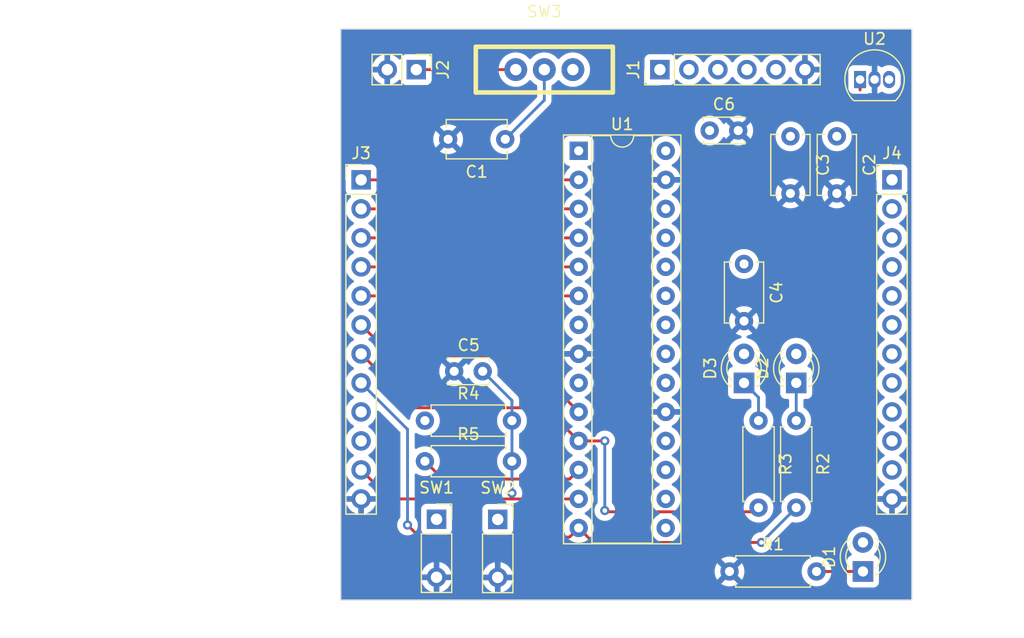
<source format=kicad_pcb>
(kicad_pcb (version 20221018) (generator pcbnew)
  (layers (0 "F.Cu" signal) (31 "B.Cu" signal) (34 "B.Paste" user) (35 "F.Paste" user) (36 "B.SilkS" user "B.Silkscreen") (37 "F.SilkS" user "F.Silkscreen") (38 "B.Mask" user) (39 "F.Mask" user) (44 "Edge.Cuts" user))
  (net 0 "")
  (net 1 "/Vin")
  (net 2 "GND")
  (net 3 "+3.3V")
  (net 4 "Net-(U1-Vcap)")
  (net 5 "Net-(D1-K)")
  (net 6 "Net-(D2-K)")
  (net 7 "Net-(D3-K)")
  (net 9 "/U1TX")
  (net 10 "/U1RX")
  (net 11 "+5V")
  (net 13 "Net-(J2-Pin_1)")
  (net 14 "/A0")
  (net 15 "/A1")
  (net 16 "/B0")
  (net 17 "/B1")
  (net 18 "/B2")
  (net 19 "/A3")
  (net 20 "/GREEN")
  (net 21 "/YELLOW")
  (net 22 "/B6")
  (net 23 "/SCK2-B15")
  (net 24 "/SCK1-B14")
  (net 25 "/B13")
  (net 26 "/B12")
  (net 27 "/B11")
  (net 28 "/B10")
  (net 29 "/SDA1-B9")
  (net 30 "/SCL1-B8")
  (net 31 "/B7")
  (net 32 "/MCLR")
  (net 33 "/A4")
  (footprint "Connector_PinHeader_2.54mm:PinHeader_1x12_P2.54mm_Vertical" (layer "F.Cu") (at 175.26 64.008)
    (fp_text reference "J4" (at 0 -2.33) (layer "F.SilkS"))
    (fp_text value "Conn_01x12_Pin")
    (fp_line (start -1.33 -1.33) (end 0 -1.33) (stroke (width 0.12)) (layer "F.SilkS"))
    (fp_line (start -1.33 0) (end -1.33 -1.33) (stroke (width 0.12)) (layer "F.SilkS"))
    (fp_line (start -1.33 1.27) (end -1.33 29.27) (stroke (width 0.12)) (layer "F.SilkS"))
    (fp_line (start -1.33 1.27) (end 1.33 1.27) (stroke (width 0.12)) (layer "F.SilkS"))
    (fp_line (start -1.33 29.27) (end 1.33 29.27) (stroke (width 0.12)) (layer "F.SilkS"))
    (fp_line (start 1.33 1.27) (end 1.33 29.27) (stroke (width 0.12)) (layer "F.SilkS"))
    (pad "1" thru_hole rect (at 0 0) (size 1.7 1.7) (drill 1) (layers "*.Cu" "*.Mask") (net 23 "/SCK2-B15"))
    (pad "2" thru_hole oval (at 0 2.54) (size 1.7 1.7) (drill 1) (layers "*.Cu" "*.Mask") (net 24 "/SCK1-B14"))
    (pad "3" thru_hole oval (at 0 5.08) (size 1.7 1.7) (drill 1) (layers "*.Cu" "*.Mask") (net 25 "/B13"))
    (pad "4" thru_hole oval (at 0 7.62) (size 1.7 1.7) (drill 1) (layers "*.Cu" "*.Mask") (net 26 "/B12"))
    (pad "5" thru_hole oval (at 0 10.16) (size 1.7 1.7) (drill 1) (layers "*.Cu" "*.Mask") (net 27 "/B11"))
    (pad "6" thru_hole oval (at 0 12.7) (size 1.7 1.7) (drill 1) (layers "*.Cu" "*.Mask") (net 28 "/B10"))
    (pad "7" thru_hole oval (at 0 15.24) (size 1.7 1.7) (drill 1) (layers "*.Cu" "*.Mask") (net 29 "/SDA1-B9"))
    (pad "8" thru_hole oval (at 0 17.78) (size 1.7 1.7) (drill 1) (layers "*.Cu" "*.Mask") (net 30 "/SCL1-B8"))
    (pad "9" thru_hole oval (at 0 20.32) (size 1.7 1.7) (drill 1) (layers "*.Cu" "*.Mask") (net 31 "/B7"))
    (pad "10" thru_hole oval (at 0 22.86) (size 1.7 1.7) (drill 1) (layers "*.Cu" "*.Mask") (net 1 "/Vin"))
    (pad "11" thru_hole oval (at 0 25.4) (size 1.7 1.7) (drill 1) (layers "*.Cu" "*.Mask") (net 3 "+3.3V"))
    (pad "12" thru_hole oval (at 0 27.94) (size 1.7 1.7) (drill 1) (layers "*.Cu" "*.Mask") (net 2 "GND"))
  )
  (footprint "Capacitor_THT:C_Disc_D5.1mm_W3.2mm_P5.00mm" (layer "F.Cu") (at 162.306 71.374 -90)
    (fp_text reference "C4" (at 2.5 -2.85 90) (layer "F.SilkS"))
    (fp_text value "1uF")
    (fp_line (start -0.17 -1.721) (end -0.17 -1.055) (stroke (width 0.12)) (layer "F.SilkS"))
    (fp_line (start -0.17 -1.721) (end 5.17 -1.721) (stroke (width 0.12)) (layer "F.SilkS"))
    (fp_line (start -0.17 1.055) (end -0.17 1.721) (stroke (width 0.12)) (layer "F.SilkS"))
    (fp_line (start -0.17 1.721) (end 5.17 1.721) (stroke (width 0.12)) (layer "F.SilkS"))
    (fp_line (start 5.17 -1.721) (end 5.17 -1.055) (stroke (width 0.12)) (layer "F.SilkS"))
    (fp_line (start 5.17 1.055) (end 5.17 1.721) (stroke (width 0.12)) (layer "F.SilkS"))
    (pad "1" thru_hole circle (at 0 0 270) (size 1.6 1.6) (drill 0.8) (layers "*.Cu" "*.Mask") (net 4 "Net-(U1-Vcap)"))
    (pad "2" thru_hole circle (at 5 0 270) (size 1.6 1.6) (drill 0.8) (layers "*.Cu" "*.Mask") (net 2 "GND"))
  )
  (footprint "LED_THT:LED_D3.0mm" (layer "F.Cu") (at 172.72 98.298 90)
    (fp_text reference "D1" (at 1.27 -2.96 90) (layer "F.SilkS"))
    (fp_text value "RED")
    (fp_line (start -0.29 -1.236) (end -0.29 -1.08) (stroke (width 0.12)) (layer "F.SilkS"))
    (fp_line (start -0.29 1.08) (end -0.29 1.236) (stroke (width 0.12)) (layer "F.SilkS"))
    (fp_arc (start -0.29 -1.235516) (mid 1.366487 -1.987659) (end 2.942335 -1.078608) (stroke (width 0.12)) (layer "F.SilkS"))
    (fp_arc (start 0.229039 -1.08) (mid 1.270117 -1.5) (end 2.31113 -1.079837) (stroke (width 0.12)) (layer "F.SilkS"))
    (fp_arc (start 2.31113 1.079837) (mid 1.270117 1.5) (end 0.229039 1.08) (stroke (width 0.12)) (layer "F.SilkS"))
    (fp_arc (start 2.942335 1.078608) (mid 1.366487 1.987659) (end -0.29 1.235516) (stroke (width 0.12)) (layer "F.SilkS"))
    (pad "1" thru_hole rect (at 0 0 90) (size 1.8 1.8) (drill 0.9) (layers "*.Cu" "*.Mask") (net 5 "Net-(D1-K)"))
    (pad "2" thru_hole circle (at 2.54 0 90) (size 1.8 1.8) (drill 0.9) (layers "*.Cu" "*.Mask") (net 3 "+3.3V"))
  )
  (footprint "LED_THT:LED_D3.0mm" (layer "F.Cu") (at 166.878 81.788 90)
    (fp_text reference "D2" (at 1.27 -2.96 90) (layer "F.SilkS"))
    (fp_text value "YELLOW")
    (fp_line (start -0.29 -1.236) (end -0.29 -1.08) (stroke (width 0.12)) (layer "F.SilkS"))
    (fp_line (start -0.29 1.08) (end -0.29 1.236) (stroke (width 0.12)) (layer "F.SilkS"))
    (fp_arc (start -0.29 -1.235516) (mid 1.366487 -1.987659) (end 2.942335 -1.078608) (stroke (width 0.12)) (layer "F.SilkS"))
    (fp_arc (start 0.229039 -1.08) (mid 1.270117 -1.5) (end 2.31113 -1.079837) (stroke (width 0.12)) (layer "F.SilkS"))
    (fp_arc (start 2.31113 1.079837) (mid 1.270117 1.5) (end 0.229039 1.08) (stroke (width 0.12)) (layer "F.SilkS"))
    (fp_arc (start 2.942335 1.078608) (mid 1.366487 1.987659) (end -0.29 1.235516) (stroke (width 0.12)) (layer "F.SilkS"))
    (pad "1" thru_hole rect (at 0 0 90) (size 1.8 1.8) (drill 0.9) (layers "*.Cu" "*.Mask") (net 6 "Net-(D2-K)"))
    (pad "2" thru_hole circle (at 2.54 0 90) (size 1.8 1.8) (drill 0.9) (layers "*.Cu" "*.Mask") (net 3 "+3.3V"))
  )
  (footprint "Capacitor_THT:C_Disc_D3.4mm_W2.1mm_P2.50mm" (layer "F.Cu") (at 159.298 59.69)
    (fp_text reference "C6" (at 1.25 -2.3) (layer "F.SilkS"))
    (fp_text value "0.1 uF")
    (fp_line (start -0.57 -1.17) (end -0.57 -0.925) (stroke (width 0.12)) (layer "F.SilkS"))
    (fp_line (start -0.57 -1.17) (end 3.07 -1.17) (stroke (width 0.12)) (layer "F.SilkS"))
    (fp_line (start -0.57 0.925) (end -0.57 1.17) (stroke (width 0.12)) (layer "F.SilkS"))
    (fp_line (start -0.57 1.17) (end 3.07 1.17) (stroke (width 0.12)) (layer "F.SilkS"))
    (fp_line (start 3.07 -1.17) (end 3.07 -0.925) (stroke (width 0.12)) (layer "F.SilkS"))
    (fp_line (start 3.07 0.925) (end 3.07 1.17) (stroke (width 0.12)) (layer "F.SilkS"))
    (pad "1" thru_hole circle (at 0 0) (size 1.6 1.6) (drill 0.8) (layers "*.Cu" "*.Mask") (net 3 "+3.3V"))
    (pad "2" thru_hole circle (at 2.5 0) (size 1.6 1.6) (drill 0.8) (layers "*.Cu" "*.Mask") (net 2 "GND"))
  )
  (footprint "Capacitor_THT:C_Disc_D5.1mm_W3.2mm_P5.00mm" (layer "F.Cu") (at 141.398 60.452 180)
    (fp_text reference "C1" (at 2.5 -2.85) (layer "F.SilkS"))
    (fp_text value "1uF")
    (fp_line (start -0.17 -1.721) (end -0.17 -1.055) (stroke (width 0.12)) (layer "F.SilkS"))
    (fp_line (start -0.17 -1.721) (end 5.17 -1.721) (stroke (width 0.12)) (layer "F.SilkS"))
    (fp_line (start -0.17 1.055) (end -0.17 1.721) (stroke (width 0.12)) (layer "F.SilkS"))
    (fp_line (start -0.17 1.721) (end 5.17 1.721) (stroke (width 0.12)) (layer "F.SilkS"))
    (fp_line (start 5.17 -1.721) (end 5.17 -1.055) (stroke (width 0.12)) (layer "F.SilkS"))
    (fp_line (start 5.17 1.055) (end 5.17 1.721) (stroke (width 0.12)) (layer "F.SilkS"))
    (pad "1" thru_hole circle (at 0 0 180) (size 1.6 1.6) (drill 0.8) (layers "*.Cu" "*.Mask") (net 1 "/Vin"))
    (pad "2" thru_hole circle (at 5 0 180) (size 1.6 1.6) (drill 0.8) (layers "*.Cu" "*.Mask") (net 2 "GND"))
  )
  (footprint "Package_TO_SOT_THT:TO-92_Inline" (layer "F.Cu") (at 172.466 55.224)
    (fp_text reference "U2" (at 1.27 -3.56) (layer "F.SilkS"))
    (fp_text value "AP7381-33Y")
    (fp_line (start -0.53 1.85) (end 3.07 1.85) (stroke (width 0.12)) (layer "F.SilkS"))
    (fp_arc (start -0.568478 1.838478) (mid -1.132087 -0.994977) (end 1.27 -2.6) (stroke (width 0.12)) (layer "F.SilkS"))
    (fp_arc (start 1.27 -2.6) (mid 3.672087 -0.994977) (end 3.108478 1.838478) (stroke (width 0.12)) (layer "F.SilkS"))
    (pad "1" thru_hole rect (at 0 0) (size 1.05 1.5) (drill 0.75) (layers "*.Cu" "*.Mask") (net 3 "+3.3V"))
    (pad "2" thru_hole oval (at 1.27 0) (size 1.05 1.5) (drill 0.75) (layers "*.Cu" "*.Mask") (net 2 "GND"))
    (pad "3" thru_hole oval (at 2.54 0) (size 1.05 1.5) (drill 0.75) (layers "*.Cu" "*.Mask") (net 1 "/Vin"))
  )
  (footprint "Package_DIP:DIP-28_W7.62mm_Socket" (layer "F.Cu") (at 147.828 61.468)
    (fp_text reference "U1" (at 3.81 -2.33) (layer "F.SilkS"))
    (fp_text value "PIC32MX170F256B")
    (fp_line (start -1.33 -1.39) (end -1.33 34.41) (stroke (width 0.12)) (layer "F.SilkS"))
    (fp_line (start -1.33 34.41) (end 8.95 34.41) (stroke (width 0.12)) (layer "F.SilkS"))
    (fp_line (start 1.16 -1.33) (end 1.16 34.35) (stroke (width 0.12)) (layer "F.SilkS"))
    (fp_line (start 1.16 34.35) (end 6.46 34.35) (stroke (width 0.12)) (layer "F.SilkS"))
    (fp_line (start 2.81 -1.33) (end 1.16 -1.33) (stroke (width 0.12)) (layer "F.SilkS"))
    (fp_line (start 6.46 -1.33) (end 4.81 -1.33) (stroke (width 0.12)) (layer "F.SilkS"))
    (fp_line (start 6.46 34.35) (end 6.46 -1.33) (stroke (width 0.12)) (layer "F.SilkS"))
    (fp_line (start 8.95 -1.39) (end -1.33 -1.39) (stroke (width 0.12)) (layer "F.SilkS"))
    (fp_line (start 8.95 34.41) (end 8.95 -1.39) (stroke (width 0.12)) (layer "F.SilkS"))
    (fp_arc (start 4.81 -1.33) (mid 3.81 -0.33) (end 2.81 -1.33) (stroke (width 0.12)) (layer "F.SilkS"))
    (pad "1" thru_hole rect (at 0 0) (size 1.6 1.6) (drill 0.8) (layers "*.Cu" "*.Mask") (net 32 "/MCLR"))
    (pad "2" thru_hole oval (at 0 2.54) (size 1.6 1.6) (drill 0.8) (layers "*.Cu" "*.Mask") (net 14 "/A0"))
    (pad "3" thru_hole oval (at 0 5.08) (size 1.6 1.6) (drill 0.8) (layers "*.Cu" "*.Mask") (net 15 "/A1"))
    (pad "4" thru_hole oval (at 0 7.62) (size 1.6 1.6) (drill 0.8) (layers "*.Cu" "*.Mask") (net 16 "/B0"))
    (pad "5" thru_hole oval (at 0 10.16) (size 1.6 1.6) (drill 0.8) (layers "*.Cu" "*.Mask") (net 17 "/B1"))
    (pad "6" thru_hole oval (at 0 12.7) (size 1.6 1.6) (drill 0.8) (layers "*.Cu" "*.Mask") (net 18 "/B2"))
    (pad "7" thru_hole oval (at 0 15.24) (size 1.6 1.6) (drill 0.8) (layers "*.Cu" "*.Mask") (net 10 "/U1RX"))
    (pad "8" thru_hole oval (at 0 17.78) (size 1.6 1.6) (drill 0.8) (layers "*.Cu" "*.Mask") (net 2 "GND"))
    (pad "9" thru_hole oval (at 0 20.32) (size 1.6 1.6) (drill 0.8) (layers "*.Cu" "*.Mask") (net 9 "/U1TX"))
    (pad "10" thru_hole oval (at 0 22.86) (size 1.6 1.6) (drill 0.8) (layers "*.Cu" "*.Mask") (net 19 "/A3"))
    (pad "11" thru_hole oval (at 0 25.4) (size 1.6 1.6) (drill 0.8) (layers "*.Cu" "*.Mask") (net 20 "/GREEN"))
    (pad "12" thru_hole oval (at 0 27.94) (size 1.6 1.6) (drill 0.8) (layers "*.Cu" "*.Mask") (net 33 "/A4"))
    (pad "13" thru_hole oval (at 0 30.48) (size 1.6 1.6) (drill 0.8) (layers "*.Cu" "*.Mask") (net 3 "+3.3V"))
    (pad "14" thru_hole oval (at 0 33.02) (size 1.6 1.6) (drill 0.8) (layers "*.Cu" "*.Mask") (net 21 "/YELLOW"))
    (pad "15" thru_hole oval (at 7.62 33.02) (size 1.6 1.6) (drill 0.8) (layers "*.Cu" "*.Mask") (net 22 "/B6"))
    (pad "16" thru_hole oval (at 7.62 30.48) (size 1.6 1.6) (drill 0.8) (layers "*.Cu" "*.Mask") (net 31 "/B7"))
    (pad "17" thru_hole oval (at 7.62 27.94) (size 1.6 1.6) (drill 0.8) (layers "*.Cu" "*.Mask") (net 30 "/SCL1-B8"))
    (pad "18" thru_hole oval (at 7.62 25.4) (size 1.6 1.6) (drill 0.8) (layers "*.Cu" "*.Mask") (net 29 "/SDA1-B9"))
    (pad "19" thru_hole oval (at 7.62 22.86) (size 1.6 1.6) (drill 0.8) (layers "*.Cu" "*.Mask") (net 2 "GND"))
    (pad "20" thru_hole oval (at 7.62 20.32) (size 1.6 1.6) (drill 0.8) (layers "*.Cu" "*.Mask") (net 4 "Net-(U1-Vcap)"))
    (pad "21" thru_hole oval (at 7.62 17.78) (size 1.6 1.6) (drill 0.8) (layers "*.Cu" "*.Mask") (net 28 "/B10"))
    (pad "22" thru_hole oval (at 7.62 15.24) (size 1.6 1.6) (drill 0.8) (layers "*.Cu" "*.Mask") (net 27 "/B11"))
    (pad "23" thru_hole oval (at 7.62 12.7) (size 1.6 1.6) (drill 0.8) (layers "*.Cu" "*.Mask") (net 26 "/B12"))
    (pad "24" thru_hole oval (at 7.62 10.16) (size 1.6 1.6) (drill 0.8) (layers "*.Cu" "*.Mask") (net 25 "/B13"))
    (pad "25" thru_hole oval (at 7.62 7.62) (size 1.6 1.6) (drill 0.8) (layers "*.Cu" "*.Mask") (net 24 "/SCK1-B14"))
    (pad "26" thru_hole oval (at 7.62 5.08) (size 1.6 1.6) (drill 0.8) (layers "*.Cu" "*.Mask") (net 23 "/SCK2-B15"))
    (pad "27" thru_hole oval (at 7.62 2.54) (size 1.6 1.6) (drill 0.8) (layers "*.Cu" "*.Mask") (net 2 "GND"))
    (pad "28" thru_hole oval (at 7.62 0) (size 1.6 1.6) (drill 0.8) (layers "*.Cu" "*.Mask") (net 3 "+3.3V"))
  )
  (footprint "Connector_PinHeader_2.54mm:PinHeader_1x12_P2.54mm_Vertical" (layer "F.Cu") (at 128.778 64.008)
    (fp_text reference "J3" (at 0 -2.33) (layer "F.SilkS"))
    (fp_text value "Conn_01x12_Pin")
    (fp_line (start -1.33 -1.33) (end 0 -1.33) (stroke (width 0.12)) (layer "F.SilkS"))
    (fp_line (start -1.33 0) (end -1.33 -1.33) (stroke (width 0.12)) (layer "F.SilkS"))
    (fp_line (start -1.33 1.27) (end -1.33 29.27) (stroke (width 0.12)) (layer "F.SilkS"))
    (fp_line (start -1.33 1.27) (end 1.33 1.27) (stroke (width 0.12)) (layer "F.SilkS"))
    (fp_line (start -1.33 29.27) (end 1.33 29.27) (stroke (width 0.12)) (layer "F.SilkS"))
    (fp_line (start 1.33 1.27) (end 1.33 29.27) (stroke (width 0.12)) (layer "F.SilkS"))
    (pad "1" thru_hole rect (at 0 0) (size 1.7 1.7) (drill 1) (layers "*.Cu" "*.Mask") (net 14 "/A0"))
    (pad "2" thru_hole oval (at 0 2.54) (size 1.7 1.7) (drill 1) (layers "*.Cu" "*.Mask") (net 15 "/A1"))
    (pad "3" thru_hole oval (at 0 5.08) (size 1.7 1.7) (drill 1) (layers "*.Cu" "*.Mask") (net 16 "/B0"))
    (pad "4" thru_hole oval (at 0 7.62) (size 1.7 1.7) (drill 1) (layers "*.Cu" "*.Mask") (net 17 "/B1"))
    (pad "5" thru_hole oval (at 0 10.16) (size 1.7 1.7) (drill 1) (layers "*.Cu" "*.Mask") (net 18 "/B2"))
    (pad "6" thru_hole oval (at 0 12.7) (size 1.7 1.7) (drill 1) (layers "*.Cu" "*.Mask") (net 19 "/A3"))
    (pad "7" thru_hole oval (at 0 15.24) (size 1.7 1.7) (drill 1) (layers "*.Cu" "*.Mask") (net 20 "/GREEN"))
    (pad "8" thru_hole oval (at 0 17.78) (size 1.7 1.7) (drill 1) (layers "*.Cu" "*.Mask") (net 21 "/YELLOW"))
    (pad "9" thru_hole oval (at 0 20.32) (size 1.7 1.7) (drill 1) (layers "*.Cu" "*.Mask") (net 22 "/B6"))
    (pad "10" thru_hole oval (at 0 22.86) (size 1.7 1.7) (drill 1) (layers "*.Cu" "*.Mask") (net 1 "/Vin"))
    (pad "11" thru_hole oval (at 0 25.4) (size 1.7 1.7) (drill 1) (layers "*.Cu" "*.Mask") (net 3 "+3.3V"))
    (pad "12" thru_hole oval (at 0 27.94) (size 1.7 1.7) (drill 1) (layers "*.Cu" "*.Mask") (net 2 "GND"))
  )
  (footprint "HW4:pushbutton" (layer "F.Cu") (at 135.382 93.726)
    (fp_text reference "SW1" (at 0 -2.77) (layer "F.SilkS"))
    (fp_text value "RESET")
    (fp_line (start -1.33 1.27) (end -1.33 6.41) (stroke (width 0.12)) (layer "F.SilkS"))
    (fp_line (start -1.33 1.27) (end 1.33 1.27) (stroke (width 0.12)) (layer "F.SilkS"))
    (fp_line (start -1.33 6.41) (end 1.33 6.41) (stroke (width 0.12)) (layer "F.SilkS"))
    (fp_line (start 0 -1.33) (end 1.33 -1.33) (stroke (width 0.12)) (layer "F.SilkS"))
    (fp_line (start 1.33 -1.33) (end 1.33 0) (stroke (width 0.12)) (layer "F.SilkS"))
    (fp_line (start 1.33 1.27) (end 1.33 6.41) (stroke (width 0.12)) (layer "F.SilkS"))
    (pad "1" thru_hole rect (at 0 0) (size 1.7 1.7) (drill 1) (layers "*.Cu" "*.Mask") (net 32 "/MCLR"))
    (pad "2" thru_hole oval (at 0 5.08) (size 1.7 1.7) (drill 1) (layers "*.Cu" "*.Mask") (net 2 "GND"))
  )
  (footprint "Connector_PinHeader_2.54mm:PinHeader_1x06_P2.54mm_Vertical" (layer "F.Cu") (at 154.94 54.356 90)
    (fp_text reference "J1" (at 0 -2.33 90) (layer "F.SilkS"))
    (fp_text value "CP2102N")
    (fp_line (start -1.33 -1.33) (end 0 -1.33) (stroke (width 0.12)) (layer "F.SilkS"))
    (fp_line (start -1.33 0) (end -1.33 -1.33) (stroke (width 0.12)) (layer "F.SilkS"))
    (fp_line (start -1.33 1.27) (end -1.33 14.03) (stroke (width 0.12)) (layer "F.SilkS"))
    (fp_line (start -1.33 1.27) (end 1.33 1.27) (stroke (width 0.12)) (layer "F.SilkS"))
    (fp_line (start -1.33 14.03) (end 1.33 14.03) (stroke (width 0.12)) (layer "F.SilkS"))
    (fp_line (start 1.33 1.27) (end 1.33 14.03) (stroke (width 0.12)) (layer "F.SilkS"))
    (pad "1" thru_hole rect (at 0 0 90) (size 1.7 1.7) (drill 1) (layers "*.Cu" "*.Mask"))
    (pad "2" thru_hole oval (at 0 2.54 90) (size 1.7 1.7) (drill 1) (layers "*.Cu" "*.Mask") (net 9 "/U1TX"))
    (pad "3" thru_hole oval (at 0 5.08 90) (size 1.7 1.7) (drill 1) (layers "*.Cu" "*.Mask") (net 10 "/U1RX"))
    (pad "4" thru_hole oval (at 0 7.62 90) (size 1.7 1.7) (drill 1) (layers "*.Cu" "*.Mask") (net 11 "+5V"))
    (pad "5" thru_hole oval (at 0 10.16 90) (size 1.7 1.7) (drill 1) (layers "*.Cu" "*.Mask"))
    (pad "6" thru_hole oval (at 0 12.7 90) (size 1.7 1.7) (drill 1) (layers "*.Cu" "*.Mask") (net 2 "GND"))
  )
  (footprint "Resistor_THT:R_Axial_DIN0207_L6.3mm_D2.5mm_P7.62mm_Horizontal" (layer "F.Cu") (at 134.366 88.646)
    (fp_text reference "R5" (at 3.81 -2.37) (layer "F.SilkS"))
    (fp_text value "10k")
    (fp_line (start 0.54 -1.37) (end 7.08 -1.37) (stroke (width 0.12)) (layer "F.SilkS"))
    (fp_line (start 0.54 -1.04) (end 0.54 -1.37) (stroke (width 0.12)) (layer "F.SilkS"))
    (fp_line (start 0.54 1.04) (end 0.54 1.37) (stroke (width 0.12)) (layer "F.SilkS"))
    (fp_line (start 0.54 1.37) (end 7.08 1.37) (stroke (width 0.12)) (layer "F.SilkS"))
    (fp_line (start 7.08 -1.37) (end 7.08 -1.04) (stroke (width 0.12)) (layer "F.SilkS"))
    (fp_line (start 7.08 1.37) (end 7.08 1.04) (stroke (width 0.12)) (layer "F.SilkS"))
    (pad "1" thru_hole circle (at 0 0) (size 1.6 1.6) (drill 0.8) (layers "*.Cu" "*.Mask") (net 33 "/A4"))
    (pad "2" thru_hole oval (at 7.62 0) (size 1.6 1.6) (drill 0.8) (layers "*.Cu" "*.Mask") (net 3 "+3.3V"))
  )
  (footprint "Resistor_THT:R_Axial_DIN0207_L6.3mm_D2.5mm_P7.62mm_Horizontal" (layer "F.Cu") (at 161.036 98.298)
    (fp_text reference "R1" (at 3.81 -2.37) (layer "F.SilkS"))
    (fp_text value "330")
    (fp_line (start 0.54 -1.37) (end 7.08 -1.37) (stroke (width 0.12)) (layer "F.SilkS"))
    (fp_line (start 0.54 -1.04) (end 0.54 -1.37) (stroke (width 0.12)) (layer "F.SilkS"))
    (fp_line (start 0.54 1.04) (end 0.54 1.37) (stroke (width 0.12)) (layer "F.SilkS"))
    (fp_line (start 0.54 1.37) (end 7.08 1.37) (stroke (width 0.12)) (layer "F.SilkS"))
    (fp_line (start 7.08 -1.37) (end 7.08 -1.04) (stroke (width 0.12)) (layer "F.SilkS"))
    (fp_line (start 7.08 1.37) (end 7.08 1.04) (stroke (width 0.12)) (layer "F.SilkS"))
    (pad "1" thru_hole circle (at 0 0) (size 1.6 1.6) (drill 0.8) (layers "*.Cu" "*.Mask") (net 2 "GND"))
    (pad "2" thru_hole oval (at 7.62 0) (size 1.6 1.6) (drill 0.8) (layers "*.Cu" "*.Mask") (net 5 "Net-(D1-K)"))
  )
  (footprint "Resistor_THT:R_Axial_DIN0207_L6.3mm_D2.5mm_P7.62mm_Horizontal" (layer "F.Cu") (at 163.576 85.09 -90)
    (fp_text reference "R3" (at 3.81 -2.37 90) (layer "F.SilkS"))
    (fp_text value "330")
    (fp_line (start 0.54 -1.37) (end 7.08 -1.37) (stroke (width 0.12)) (layer "F.SilkS"))
    (fp_line (start 0.54 -1.04) (end 0.54 -1.37) (stroke (width 0.12)) (layer "F.SilkS"))
    (fp_line (start 0.54 1.04) (end 0.54 1.37) (stroke (width 0.12)) (layer "F.SilkS"))
    (fp_line (start 0.54 1.37) (end 7.08 1.37) (stroke (width 0.12)) (layer "F.SilkS"))
    (fp_line (start 7.08 -1.37) (end 7.08 -1.04) (stroke (width 0.12)) (layer "F.SilkS"))
    (fp_line (start 7.08 1.37) (end 7.08 1.04) (stroke (width 0.12)) (layer "F.SilkS"))
    (pad "1" thru_hole circle (at 0 0 270) (size 1.6 1.6) (drill 0.8) (layers "*.Cu" "*.Mask") (net 7 "Net-(D3-K)"))
    (pad "2" thru_hole oval (at 7.62 0 270) (size 1.6 1.6) (drill 0.8) (layers "*.Cu" "*.Mask") (net 20 "/GREEN"))
  )
  (footprint "Capacitor_THT:C_Disc_D5.1mm_W3.2mm_P5.00mm" (layer "F.Cu") (at 166.37 60.198 -90)
    (fp_text reference "C3" (at 2.5 -2.85 -270) (layer "F.SilkS"))
    (fp_text value "1uF")
    (fp_line (start -0.17 -1.721) (end -0.17 -1.055) (stroke (width 0.12)) (layer "F.SilkS"))
    (fp_line (start -0.17 -1.721) (end 5.17 -1.721) (stroke (width 0.12)) (layer "F.SilkS"))
    (fp_line (start -0.17 1.055) (end -0.17 1.721) (stroke (width 0.12)) (layer "F.SilkS"))
    (fp_line (start -0.17 1.721) (end 5.17 1.721) (stroke (width 0.12)) (layer "F.SilkS"))
    (fp_line (start 5.17 -1.721) (end 5.17 -1.055) (stroke (width 0.12)) (layer "F.SilkS"))
    (fp_line (start 5.17 1.055) (end 5.17 1.721) (stroke (width 0.12)) (layer "F.SilkS"))
    (pad "1" thru_hole circle (at 0 0 270) (size 1.6 1.6) (drill 0.8) (layers "*.Cu" "*.Mask") (net 3 "+3.3V"))
    (pad "2" thru_hole circle (at 5 0 270) (size 1.6 1.6) (drill 0.8) (layers "*.Cu" "*.Mask") (net 2 "GND"))
  )
  (footprint "Connector_PinHeader_2.54mm:PinHeader_1x02_P2.54mm_Vertical" (layer "F.Cu") (at 133.609 54.356 -90)
    (fp_text reference "J2" (at 0 -2.33 90) (layer "F.SilkS"))
    (fp_text value "Battery")
    (fp_line (start -1.33 -1.33) (end 0 -1.33) (stroke (width 0.12)) (layer "F.SilkS"))
    (fp_line (start -1.33 0) (end -1.33 -1.33) (stroke (width 0.12)) (layer "F.SilkS"))
    (fp_line (start -1.33 1.27) (end -1.33 3.87) (stroke (width 0.12)) (layer "F.SilkS"))
    (fp_line (start -1.33 1.27) (end 1.33 1.27) (stroke (width 0.12)) (layer "F.SilkS"))
    (fp_line (start -1.33 3.87) (end 1.33 3.87) (stroke (width 0.12)) (layer "F.SilkS"))
    (fp_line (start 1.33 1.27) (end 1.33 3.87) (stroke (width 0.12)) (layer "F.SilkS"))
    (pad "1" thru_hole rect (at 0 0 270) (size 1.7 1.7) (drill 1) (layers "*.Cu" "*.Mask") (net 13 "Net-(J2-Pin_1)"))
    (pad "2" thru_hole oval (at 0 2.54 270) (size 1.7 1.7) (drill 1) (layers "*.Cu" "*.Mask") (net 2 "GND"))
  )
  (footprint "Resistor_THT:R_Axial_DIN0207_L6.3mm_D2.5mm_P7.62mm_Horizontal" (layer "F.Cu") (at 134.366 85.09)
    (fp_text reference "R4" (at 3.81 -2.37) (layer "F.SilkS"))
    (fp_text value "10k")
    (fp_line (start 0.54 -1.37) (end 7.08 -1.37) (stroke (width 0.12)) (layer "F.SilkS"))
    (fp_line (start 0.54 -1.04) (end 0.54 -1.37) (stroke (width 0.12)) (layer "F.SilkS"))
    (fp_line (start 0.54 1.04) (end 0.54 1.37) (stroke (width 0.12)) (layer "F.SilkS"))
    (fp_line (start 0.54 1.37) (end 7.08 1.37) (stroke (width 0.12)) (layer "F.SilkS"))
    (fp_line (start 7.08 -1.37) (end 7.08 -1.04) (stroke (width 0.12)) (layer "F.SilkS"))
    (fp_line (start 7.08 1.37) (end 7.08 1.04) (stroke (width 0.12)) (layer "F.SilkS"))
    (pad "1" thru_hole circle (at 0 0) (size 1.6 1.6) (drill 0.8) (layers "*.Cu" "*.Mask") (net 32 "/MCLR"))
    (pad "2" thru_hole oval (at 7.62 0) (size 1.6 1.6) (drill 0.8) (layers "*.Cu" "*.Mask") (net 3 "+3.3V"))
  )
  (footprint "Capacitor_THT:C_Disc_D3.4mm_W2.1mm_P2.50mm" (layer "F.Cu") (at 136.926 80.772)
    (fp_text reference "C5" (at 1.27 -2.286) (layer "F.SilkS"))
    (fp_text value "0.1uF")
    (fp_line (start -0.57 -1.17) (end -0.57 -0.925) (stroke (width 0.12)) (layer "F.SilkS"))
    (fp_line (start -0.57 -1.17) (end 3.07 -1.17) (stroke (width 0.12)) (layer "F.SilkS"))
    (fp_line (start -0.57 0.925) (end -0.57 1.17) (stroke (width 0.12)) (layer "F.SilkS"))
    (fp_line (start -0.57 1.17) (end 3.07 1.17) (stroke (width 0.12)) (layer "F.SilkS"))
    (fp_line (start 3.07 -1.17) (end 3.07 -0.925) (stroke (width 0.12)) (layer "F.SilkS"))
    (fp_line (start 3.07 0.925) (end 3.07 1.17) (stroke (width 0.12)) (layer "F.SilkS"))
    (pad "1" thru_hole circle (at 0 0) (size 1.6 1.6) (drill 0.8) (layers "*.Cu" "*.Mask") (net 2 "GND"))
    (pad "2" thru_hole circle (at 2.5 0) (size 1.6 1.6) (drill 0.8) (layers "*.Cu" "*.Mask") (net 3 "+3.3V"))
  )
  (footprint "Capacitor_THT:C_Disc_D5.1mm_W3.2mm_P5.00mm" (layer "F.Cu") (at 170.434 60.198 -90)
    (fp_text reference "C2" (at 2.5 -2.85 -270) (layer "F.SilkS"))
    (fp_text value "1uF")
    (fp_line (start -0.17 -1.721) (end -0.17 -1.055) (stroke (width 0.12)) (layer "F.SilkS"))
    (fp_line (start -0.17 -1.721) (end 5.17 -1.721) (stroke (width 0.12)) (layer "F.SilkS"))
    (fp_line (start -0.17 1.055) (end -0.17 1.721) (stroke (width 0.12)) (layer "F.SilkS"))
    (fp_line (start -0.17 1.721) (end 5.17 1.721) (stroke (width 0.12)) (layer "F.SilkS"))
    (fp_line (start 5.17 -1.721) (end 5.17 -1.055) (stroke (width 0.12)) (layer "F.SilkS"))
    (fp_line (start 5.17 1.055) (end 5.17 1.721) (stroke (width 0.12)) (layer "F.SilkS"))
    (pad "1" thru_hole circle (at 0 0 270) (size 1.6 1.6) (drill 0.8) (layers "*.Cu" "*.Mask") (net 3 "+3.3V"))
    (pad "2" thru_hole circle (at 5 0 270) (size 1.6 1.6) (drill 0.8) (layers "*.Cu" "*.Mask") (net 2 "GND"))
  )
  (footprint "HW4:Slideswitch" (layer "F.Cu") (at 144.82 54.356)
    (fp_text reference "SW3" (at 0 -5.08 unlocked) (layer "F.SilkS") (effects (font (thickness 0.1))))
    (fp_text value "SW_DPDT_x2")
    (fp_line (start -6 -2) (end -6 2) (stroke (width 0.4)) (layer "F.SilkS"))
    (fp_line (start -6 2) (end 6 2) (stroke (width 0.4)) (layer "F.SilkS"))
    (fp_line (start 6 -2) (end -6 -2) (stroke (width 0.4)) (layer "F.SilkS"))
    (fp_line (start 6 2) (end 6 -2) (stroke (width 0.4)) (layer "F.SilkS"))
    (pad "1" thru_hole circle (at -2.5 0) (size 2 2) (drill 1) (layers "*.Cu" "*.Mask") (net 13 "Net-(J2-Pin_1)"))
    (pad "2" thru_hole circle (at 0 0) (size 2 2) (drill 1) (layers "*.Cu" "*.Mask") (net 1 "/Vin"))
    (pad "3" thru_hole circle (at 2.5 0) (size 2 2) (drill 1) (layers "*.Cu" "*.Mask") (net 11 "+5V"))
  )
  (footprint "Resistor_THT:R_Axial_DIN0207_L6.3mm_D2.5mm_P7.62mm_Horizontal" (layer "F.Cu") (at 166.878 85.09 -90)
    (fp_text reference "R2" (at 3.81 -2.37 90) (layer "F.SilkS"))
    (fp_text value "330")
    (fp_line (start 0.54 -1.37) (end 7.08 -1.37) (stroke (width 0.12)) (layer "F.SilkS"))
    (fp_line (start 0.54 -1.04) (end 0.54 -1.37) (stroke (width 0.12)) (layer "F.SilkS"))
    (fp_line (start 0.54 1.04) (end 0.54 1.37) (stroke (width 0.12)) (layer "F.SilkS"))
    (fp_line (start 0.54 1.37) (end 7.08 1.37) (stroke (width 0.12)) (layer "F.SilkS"))
    (fp_line (start 7.08 -1.37) (end 7.08 -1.04) (stroke (width 0.12)) (layer "F.SilkS"))
    (fp_line (start 7.08 1.37) (end 7.08 1.04) (stroke (width 0.12)) (layer "F.SilkS"))
    (pad "1" thru_hole circle (at 0 0 270) (size 1.6 1.6) (drill 0.8) (layers "*.Cu" "*.Mask") (net 6 "Net-(D2-K)"))
    (pad "2" thru_hole oval (at 7.62 0 270) (size 1.6 1.6) (drill 0.8) (layers "*.Cu" "*.Mask") (net 21 "/YELLOW"))
  )
  (footprint "HW4:pushbutton" (layer "F.Cu") (at 140.741 93.741)
    (fp_text reference "SW2" (at 0 -2.77) (layer "F.SilkS"))
    (fp_text value "USER")
    (fp_line (start -1.33 1.27) (end -1.33 6.41) (stroke (width 0.12)) (layer "F.SilkS"))
    (fp_line (start -1.33 1.27) (end 1.33 1.27) (stroke (width 0.12)) (layer "F.SilkS"))
    (fp_line (start -1.33 6.41) (end 1.33 6.41) (stroke (width 0.12)) (layer "F.SilkS"))
    (fp_line (start 0 -1.33) (end 1.33 -1.33) (stroke (width 0.12)) (layer "F.SilkS"))
    (fp_line (start 1.33 -1.33) (end 1.33 0) (stroke (width 0.12)) (layer "F.SilkS"))
    (fp_line (start 1.33 1.27) (end 1.33 6.41) (stroke (width 0.12)) (layer "F.SilkS"))
    (pad "1" thru_hole rect (at 0 0) (size 1.7 1.7) (drill 1) (layers "*.Cu" "*.Mask") (net 33 "/A4"))
    (pad "2" thru_hole oval (at 0 5.08) (size 1.7 1.7) (drill 1) (layers "*.Cu" "*.Mask") (net 2 "GND"))
  )
  (footprint "LED_THT:LED_D3.0mm" (layer "F.Cu") (at 162.306 81.788 90)
    (fp_text reference "D3" (at 1.27 -2.96 90) (layer "F.SilkS"))
    (fp_text value "GREEN")
    (fp_line (start -0.29 -1.236) (end -0.29 -1.08) (stroke (width 0.12)) (layer "F.SilkS"))
    (fp_line (start -0.29 1.08) (end -0.29 1.236) (stroke (width 0.12)) (layer "F.SilkS"))
    (fp_arc (start -0.29 -1.235516) (mid 1.366487 -1.987659) (end 2.942335 -1.078608) (stroke (width 0.12)) (layer "F.SilkS"))
    (fp_arc (start 0.229039 -1.08) (mid 1.270117 -1.5) (end 2.31113 -1.079837) (stroke (width 0.12)) (layer "F.SilkS"))
    (fp_arc (start 2.31113 1.079837) (mid 1.270117 1.5) (end 0.229039 1.08) (stroke (width 0.12)) (layer "F.SilkS"))
    (fp_arc (start 2.942335 1.078608) (mid 1.366487 1.987659) (end -0.29 1.235516) (stroke (width 0.12)) (layer "F.SilkS"))
    (pad "1" thru_hole rect (at 0 0 90) (size 1.8 1.8) (drill 0.9) (layers "*.Cu" "*.Mask") (net 7 "Net-(D3-K)"))
    (pad "2" thru_hole circle (at 2.54 0 90) (size 1.8 1.8) (drill 0.9) (layers "*.Cu" "*.Mask") (net 3 "+3.3V"))
  )
  (gr_line (start 127 50.8) (end 177 50.8) (stroke (width 0.1)) (layer "Edge.Cuts"))
  (gr_line (start 177 50.8) (end 177 100.8) (stroke (width 0.1)) (layer "Edge.Cuts"))
  (gr_line (start 177 100.8) (end 127 100.8) (stroke (width 0.1)) (layer "Edge.Cuts"))
  (gr_line (start 127 100.8) (end 127 50.8) (stroke (width 0.1)) (layer "Edge.Cuts"))
  (segment (start 144.82 54.356) (end 144.82 57.03) (width 0.25) (layer "B.Cu") (net 1))
  (segment (start 144.82 57.03) (end 141.398 60.452) (width 0.25) (layer "B.Cu") (net 1))
  (segment (start 141.986 91.948) (end 141.986 91.44) (width 0.25) (layer "F.Cu") (net 3))
  (segment (start 172.466 55.224) (end 172.466 56.134) (width 0.25) (layer "F.Cu") (net 3))
  (segment (start 128.778 89.408) (end 131.318 91.948) (width 0.25) (layer "F.Cu") (net 3))
  (segment (start 131.318 91.948) (end 141.986 91.948) (width 0.25) (layer "F.Cu") (net 3))
  (segment (start 141.986 91.948) (end 147.828 91.948) (width 0.25) (layer "F.Cu") (net 3))
  (via (at 141.986 91.44) (size 0.8) (drill 0.4) (layers "F.Cu" "B.Cu") (net 3))
  (segment (start 141.986 85.09) (end 141.986 83.332) (width 0.25) (layer "B.Cu") (net 3))
  (segment (start 141.986 91.44) (end 141.986 88.646) (width 0.25) (layer "B.Cu") (net 3))
  (segment (start 141.986 83.332) (end 139.426 80.772) (width 0.25) (layer "B.Cu") (net 3))
  (segment (start 141.986 88.646) (end 141.986 85.09) (width 0.25) (layer "B.Cu") (net 3))
  (segment (start 168.656 98.298) (end 172.72 98.298) (width 0.25) (layer "F.Cu") (net 5))
  (segment (start 166.878 85.09) (end 166.878 81.788) (width 0.25) (layer "B.Cu") (net 6))
  (segment (start 163.576 83.058) (end 162.306 81.788) (width 0.25) (layer "B.Cu") (net 7))
  (segment (start 163.576 85.09) (end 163.576 83.058) (width 0.25) (layer "B.Cu") (net 7))
  (segment (start 133.609 54.356) (end 142.32 54.356) (width 0.25) (layer "F.Cu") (net 13))
  (segment (start 147.828 64.008) (end 128.778 64.008) (width 0.25) (layer "F.Cu") (net 14))
  (segment (start 147.828 66.548) (end 128.778 66.548) (width 0.25) (layer "F.Cu") (net 15))
  (segment (start 147.828 69.088) (end 128.778 69.088) (width 0.25) (layer "F.Cu") (net 16))
  (segment (start 147.828 71.628) (end 128.778 71.628) (width 0.25) (layer "F.Cu") (net 17))
  (segment (start 147.828 74.168) (end 128.778 74.168) (width 0.25) (layer "F.Cu") (net 18))
  (segment (start 147.828 84.328) (end 143.002 79.502) (width 0.25) (layer "F.Cu") (net 19))
  (segment (start 131.572 79.502) (end 128.778 76.708) (width 0.25) (layer "F.Cu") (net 19))
  (segment (start 143.002 79.502) (end 131.572 79.502) (width 0.25) (layer "F.Cu") (net 19))
  (segment (start 163.576 92.71) (end 163.213 93.073) (width 0.25) (layer "F.Cu") (net 20))
  (segment (start 150.114 86.868) (end 147.828 86.868) (width 0.25) (layer "F.Cu") (net 20))
  (segment (start 150.223 93.073) (end 150.114 92.964) (width 0.25) (layer "F.Cu") (net 20))
  (segment (start 133.495 83.965) (end 128.778 79.248) (width 0.25) (layer "F.Cu") (net 20))
  (segment (start 163.213 93.073) (end 150.223 93.073) (width 0.25) (layer "F.Cu") (net 20))
  (segment (start 144.925 83.965) (end 133.495 83.965) (width 0.25) (layer "F.Cu") (net 20))
  (segment (start 147.828 86.868) (end 144.925 83.965) (width 0.25) (layer "F.Cu") (net 20))
  (via (at 150.114 86.868) (size 0.8) (drill 0.4) (layers "F.Cu" "B.Cu") (net 20))
  (via (at 150.114 92.964) (size 0.8) (drill 0.4) (layers "F.Cu" "B.Cu") (net 20))
  (segment (start 150.114 92.964) (end 150.114 86.868) (width 0.25) (layer "B.Cu") (net 20))
  (segment (start 149.098 95.758) (end 147.828 94.488) (width 0.25) (layer "F.Cu") (net 21))
  (segment (start 133.895999 95.287999) (end 132.842 94.234) (width 0.25) (layer "F.Cu") (net 21))
  (segment (start 163.83 95.758) (end 149.098 95.758) (width 0.25) (layer "F.Cu") (net 21))
  (segment (start 147.828 94.488) (end 147.028001 95.287999) (width 0.25) (layer "F.Cu") (net 21))
  (segment (start 147.028001 95.287999) (end 133.895999 95.287999) (width 0.25) (layer "F.Cu") (net 21))
  (via (at 163.83 95.758) (size 0.8) (drill 0.4) (layers "F.Cu" "B.Cu") (net 21))
  (via (at 132.842 94.234) (size 0.8) (drill 0.4) (layers "F.Cu" "B.Cu") (net 21))
  (segment (start 132.842 94.234) (end 132.842 85.852) (width 0.25) (layer "B.Cu") (net 21))
  (segment (start 166.878 92.71) (end 163.83 95.758) (width 0.25) (layer "B.Cu") (net 21))
  (segment (start 132.842 85.852) (end 128.778 81.788) (width 0.25) (layer "B.Cu") (net 21))
  (segment (start 147.828 89.408) (end 147.028001 90.207999) (width 0.25) (layer "F.Cu") (net 33))
  (segment (start 135.927999 90.207999) (end 134.366 88.646) (width 0.25) (layer "F.Cu") (net 33))
  (segment (start 147.028001 90.207999) (end 135.927999 90.207999) (width 0.25) (layer "F.Cu") (net 33))
  (zone (net 2) (net_name "GND") (layer "B.Cu") (connect_pads (clearance 0.5)) (min_thickness 0.25) (fill yes (thermal_gap 0.5) (thermal_bridge_width 0.5))
    (polygon (pts (xy 124.46 104.14) (xy 124.46 48.26) (xy 180.34 48.26) (xy 180.34 104.14)))
  )
)
</source>
